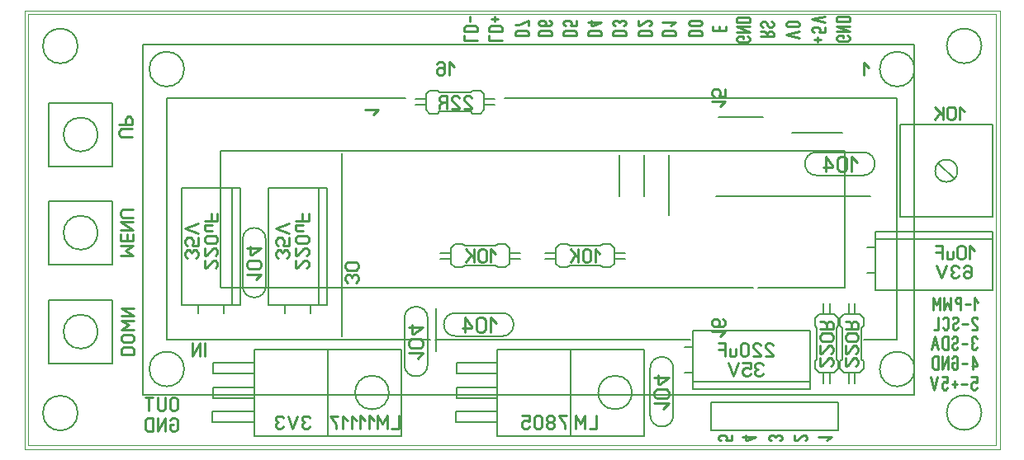
<source format=gbr>
%FSLAX34Y34*%
%MOMM*%
%LNCOPPER_BOTTOM*%
G71*
G01*
%ADD10C, 0.00*%
%ADD11C, 0.20*%
%ADD12C, 0.10*%
%ADD13C, 0.24*%
%ADD14C, 0.27*%
%LPD*%
G54D10*
X331Y434D02*
X-999669Y434D01*
X-999669Y-449566D01*
X331Y-449566D01*
X331Y434D01*
G54D11*
X-6941Y-211244D02*
X-6941Y-116244D01*
X-101941Y-116244D01*
X-101941Y-211244D01*
X-6941Y-211244D01*
G54D11*
G75*
G01X-65913Y-163754D02*
G03X-65913Y-163754I11500J0D01*
G01*
G54D11*
X-62576Y-155609D02*
X-46299Y-171885D01*
G54D11*
X-212394Y-124854D02*
X-161197Y-124854D01*
G54D11*
X-909520Y-159034D02*
X-909520Y-94034D01*
X-974520Y-94034D01*
X-974520Y-159034D01*
X-909520Y-159034D01*
G54D11*
G75*
G01X-942020Y-109034D02*
G03X-942020Y-109034I0J-17500D01*
G01*
G54D11*
X-909521Y-259841D02*
X-909521Y-194842D01*
X-974521Y-194842D01*
X-974521Y-259841D01*
X-909521Y-259841D01*
G54D11*
G75*
G01X-942021Y-209841D02*
G03X-942021Y-209841I0J-17500D01*
G01*
G54D11*
X-909521Y-361441D02*
X-909521Y-296442D01*
X-974521Y-296442D01*
X-974521Y-361441D01*
X-909521Y-361441D01*
G54D11*
G75*
G01X-942021Y-311441D02*
G03X-942021Y-311441I0J-17500D01*
G01*
G54D12*
X-3175Y-2382D02*
X-995590Y-2382D01*
X-995824Y-2616D01*
X-995824Y-445528D01*
X-3241Y-445528D01*
X-3241Y-2447D01*
X-3175Y-2382D01*
G54D11*
X-87378Y-34366D02*
X-87378Y-393538D01*
X-878350Y-393538D01*
X-878350Y-34366D01*
X-87378Y-34366D01*
G54D13*
X-133813Y-57386D02*
X-138813Y-52386D01*
X-138813Y-65719D01*
G54D13*
X-559263Y-56989D02*
X-564263Y-51989D01*
X-564263Y-65322D01*
G54D13*
X-576930Y-54489D02*
X-575930Y-52822D01*
X-573930Y-51989D01*
X-571930Y-51989D01*
X-569930Y-52822D01*
X-568930Y-54489D01*
X-568930Y-58656D01*
X-568930Y-59489D01*
X-571930Y-57822D01*
X-573930Y-57822D01*
X-575930Y-58656D01*
X-576930Y-60322D01*
X-576930Y-62822D01*
X-575930Y-64489D01*
X-573930Y-65322D01*
X-571930Y-65322D01*
X-569930Y-64489D01*
X-568930Y-62822D01*
X-568930Y-58656D01*
G54D13*
X-160484Y-27731D02*
X-160484Y-25064D01*
X-164650Y-25064D01*
X-166317Y-25731D01*
X-167150Y-27064D01*
X-167150Y-28397D01*
X-166317Y-29731D01*
X-164650Y-30397D01*
X-156317Y-30397D01*
X-154650Y-29731D01*
X-153817Y-28397D01*
X-153817Y-27064D01*
X-154650Y-25731D01*
X-156317Y-25064D01*
G54D13*
X-167150Y-20397D02*
X-153817Y-20397D01*
X-167150Y-15064D01*
X-153817Y-15064D01*
G54D13*
X-167150Y-10397D02*
X-153817Y-10397D01*
X-153817Y-7064D01*
X-154650Y-5731D01*
X-156317Y-5064D01*
X-164650Y-5064D01*
X-166317Y-5731D01*
X-167150Y-7064D01*
X-167150Y-10397D01*
G54D13*
X-186717Y-31588D02*
X-186717Y-26254D01*
G54D13*
X-183384Y-28921D02*
X-190050Y-28921D01*
G54D13*
X-179217Y-16255D02*
X-179217Y-21588D01*
X-185050Y-21588D01*
X-185050Y-20921D01*
X-184217Y-19588D01*
X-184217Y-18255D01*
X-185050Y-16921D01*
X-186717Y-16255D01*
X-190050Y-16255D01*
X-191717Y-16921D01*
X-192550Y-18255D01*
X-192550Y-19588D01*
X-191717Y-20921D01*
X-190050Y-21588D01*
G54D13*
X-179217Y-11588D02*
X-192550Y-8255D01*
X-179217Y-4921D01*
G54D13*
X-205014Y-27222D02*
X-218347Y-23889D01*
X-205014Y-20556D01*
G54D13*
X-207514Y-10555D02*
X-215847Y-10555D01*
X-217514Y-11222D01*
X-218347Y-12555D01*
X-218347Y-13888D01*
X-217514Y-15222D01*
X-215847Y-15888D01*
X-207514Y-15888D01*
X-205847Y-15222D01*
X-205014Y-13888D01*
X-205014Y-12555D01*
X-205847Y-11222D01*
X-207514Y-10555D01*
G54D13*
X-238271Y-23365D02*
X-239938Y-21365D01*
X-241604Y-20698D01*
X-244938Y-20698D01*
G54D13*
X-244938Y-26032D02*
X-231604Y-26032D01*
X-231604Y-22698D01*
X-232438Y-21365D01*
X-234104Y-20698D01*
X-235771Y-20698D01*
X-237438Y-21365D01*
X-238271Y-22698D01*
X-238271Y-26032D01*
G54D13*
X-242438Y-16032D02*
X-244104Y-15365D01*
X-244938Y-14032D01*
X-244938Y-12698D01*
X-244104Y-11365D01*
X-242438Y-10698D01*
X-240771Y-10698D01*
X-239104Y-11365D01*
X-238271Y-12698D01*
X-238271Y-14032D01*
X-237438Y-15365D01*
X-235771Y-16032D01*
X-234104Y-16032D01*
X-232438Y-15365D01*
X-231604Y-14032D01*
X-231604Y-12698D01*
X-232438Y-11365D01*
X-234104Y-10698D01*
G54D13*
X-262480Y-28524D02*
X-262480Y-25858D01*
X-266647Y-25858D01*
X-268314Y-26524D01*
X-269147Y-27858D01*
X-269147Y-29191D01*
X-268314Y-30524D01*
X-266647Y-31191D01*
X-258314Y-31191D01*
X-256647Y-30524D01*
X-255814Y-29191D01*
X-255814Y-27858D01*
X-256647Y-26524D01*
X-258314Y-25858D01*
G54D13*
X-269147Y-21191D02*
X-255814Y-21191D01*
X-269147Y-15858D01*
X-255814Y-15858D01*
G54D13*
X-269147Y-11191D02*
X-255814Y-11191D01*
X-255814Y-7858D01*
X-256647Y-6524D01*
X-258314Y-5858D01*
X-266647Y-5858D01*
X-268314Y-6524D01*
X-269147Y-7858D01*
X-269147Y-11191D01*
G54D13*
X-294150Y-15412D02*
X-294150Y-20078D01*
X-280817Y-20078D01*
X-280817Y-15412D01*
G54D13*
X-287484Y-20078D02*
X-287484Y-15412D01*
G54D13*
X-318360Y-24841D02*
X-305026Y-24841D01*
X-305026Y-21508D01*
X-305860Y-20174D01*
X-307526Y-19508D01*
X-315860Y-19508D01*
X-317526Y-20174D01*
X-318360Y-21508D01*
X-318360Y-24841D01*
G54D13*
X-307526Y-9508D02*
X-315860Y-9508D01*
X-317526Y-10174D01*
X-318360Y-11508D01*
X-318360Y-12841D01*
X-317526Y-14174D01*
X-315860Y-14841D01*
X-307526Y-14841D01*
X-305860Y-14174D01*
X-305026Y-12841D01*
X-305026Y-11508D01*
X-305860Y-10174D01*
X-307526Y-9508D01*
G54D13*
X-345347Y-24841D02*
X-332014Y-24841D01*
X-332014Y-21508D01*
X-332847Y-20174D01*
X-334514Y-19508D01*
X-342847Y-19508D01*
X-344514Y-20174D01*
X-345347Y-21508D01*
X-345347Y-24841D01*
G54D13*
X-337014Y-14841D02*
X-332014Y-11508D01*
X-345347Y-11508D01*
G54D13*
X-369953Y-24841D02*
X-356620Y-24841D01*
X-356620Y-21508D01*
X-357453Y-20174D01*
X-359120Y-19508D01*
X-367453Y-19508D01*
X-369120Y-20174D01*
X-369953Y-21508D01*
X-369953Y-24841D01*
G54D13*
X-369953Y-9508D02*
X-369953Y-14841D01*
X-369120Y-14841D01*
X-367453Y-14174D01*
X-362453Y-10174D01*
X-360787Y-9508D01*
X-359120Y-9508D01*
X-357453Y-10174D01*
X-356620Y-11508D01*
X-356620Y-12841D01*
X-357453Y-14174D01*
X-359120Y-14841D01*
G54D13*
X-396147Y-24841D02*
X-382814Y-24841D01*
X-382814Y-21508D01*
X-383647Y-20174D01*
X-385314Y-19508D01*
X-393647Y-19508D01*
X-395314Y-20174D01*
X-396147Y-21508D01*
X-396147Y-24841D01*
G54D13*
X-385314Y-14841D02*
X-383647Y-14174D01*
X-382814Y-12841D01*
X-382814Y-11508D01*
X-383647Y-10174D01*
X-385314Y-9508D01*
X-386980Y-9508D01*
X-388647Y-10174D01*
X-389480Y-11508D01*
X-390314Y-10174D01*
X-391980Y-9508D01*
X-393647Y-9508D01*
X-395314Y-10174D01*
X-396147Y-11508D01*
X-396147Y-12841D01*
X-395314Y-14174D01*
X-393647Y-14841D01*
G54D13*
X-421547Y-24841D02*
X-408214Y-24841D01*
X-408214Y-21508D01*
X-409047Y-20174D01*
X-410714Y-19508D01*
X-419047Y-19508D01*
X-420714Y-20174D01*
X-421547Y-21508D01*
X-421547Y-24841D01*
G54D13*
X-421547Y-10841D02*
X-408214Y-10841D01*
X-416547Y-14841D01*
X-418214Y-14841D01*
X-418214Y-9508D01*
G54D13*
X-446947Y-24841D02*
X-433614Y-24841D01*
X-433614Y-21508D01*
X-434447Y-20174D01*
X-436114Y-19508D01*
X-444447Y-19508D01*
X-446114Y-20174D01*
X-446947Y-21508D01*
X-446947Y-24841D01*
G54D13*
X-433614Y-9508D02*
X-433614Y-14841D01*
X-439447Y-14841D01*
X-439447Y-14174D01*
X-438614Y-12841D01*
X-438614Y-11508D01*
X-439447Y-10174D01*
X-441114Y-9508D01*
X-444447Y-9508D01*
X-446114Y-10174D01*
X-446947Y-11508D01*
X-446947Y-12841D01*
X-446114Y-14174D01*
X-444447Y-14841D01*
G54D13*
X-472347Y-24841D02*
X-459014Y-24841D01*
X-459014Y-21508D01*
X-459847Y-20174D01*
X-461514Y-19508D01*
X-469847Y-19508D01*
X-471514Y-20174D01*
X-472347Y-21508D01*
X-472347Y-24841D01*
G54D13*
X-461514Y-9508D02*
X-459847Y-10174D01*
X-459014Y-11508D01*
X-459014Y-12841D01*
X-459847Y-14174D01*
X-461514Y-14841D01*
X-465680Y-14841D01*
X-466514Y-14841D01*
X-464847Y-12841D01*
X-464847Y-11508D01*
X-465680Y-10174D01*
X-467347Y-9508D01*
X-469847Y-9508D01*
X-471514Y-10174D01*
X-472347Y-11508D01*
X-472347Y-12841D01*
X-471514Y-14174D01*
X-469847Y-14841D01*
X-465680Y-14841D01*
G54D13*
X-496160Y-24841D02*
X-482826Y-24841D01*
X-482826Y-21508D01*
X-483660Y-20174D01*
X-485326Y-19508D01*
X-493660Y-19508D01*
X-495326Y-20174D01*
X-496160Y-21508D01*
X-496160Y-24841D01*
G54D13*
X-482826Y-14841D02*
X-482826Y-9508D01*
X-484493Y-10174D01*
X-486993Y-11508D01*
X-490326Y-12841D01*
X-492826Y-13508D01*
X-496160Y-13508D01*
G54D13*
X-509814Y-29604D02*
X-523147Y-29604D01*
X-523147Y-24937D01*
G54D13*
X-523147Y-20270D02*
X-509814Y-20270D01*
X-509814Y-16936D01*
X-510647Y-15603D01*
X-512314Y-14936D01*
X-520647Y-14936D01*
X-522314Y-15603D01*
X-523147Y-16936D01*
X-523147Y-20270D01*
G54D13*
X-517314Y-10270D02*
X-517314Y-4936D01*
G54D13*
X-513980Y-7603D02*
X-520647Y-7603D01*
G54D13*
X-535214Y-29604D02*
X-548547Y-29604D01*
X-548547Y-24937D01*
G54D13*
X-548547Y-20270D02*
X-535214Y-20270D01*
X-535214Y-16936D01*
X-536047Y-15603D01*
X-537714Y-14936D01*
X-546047Y-14936D01*
X-547714Y-15603D01*
X-548547Y-16936D01*
X-548547Y-20270D01*
G54D13*
X-542714Y-10270D02*
X-542714Y-4936D01*
G54D11*
X-179453Y-401872D02*
X-165166Y-401872D01*
X-165166Y-430447D01*
X-295341Y-430447D01*
X-295341Y-401872D01*
X-179453Y-401872D01*
G54D13*
X-177470Y-440369D02*
X-172470Y-437036D01*
X-185803Y-437036D01*
G54D13*
X-210410Y-435433D02*
X-210410Y-440766D01*
X-209576Y-440766D01*
X-207910Y-440099D01*
X-202910Y-436099D01*
X-201243Y-435433D01*
X-199576Y-435433D01*
X-197910Y-436099D01*
X-197076Y-437433D01*
X-197076Y-438766D01*
X-197910Y-440099D01*
X-199576Y-440766D01*
G54D13*
X-225770Y-440766D02*
X-224103Y-440099D01*
X-223270Y-438766D01*
X-223270Y-437433D01*
X-224103Y-436099D01*
X-225770Y-435433D01*
X-227437Y-435433D01*
X-229103Y-436099D01*
X-229937Y-437433D01*
X-230770Y-436099D01*
X-232437Y-435433D01*
X-234103Y-435433D01*
X-235770Y-436099D01*
X-236603Y-437433D01*
X-236603Y-438766D01*
X-235770Y-440099D01*
X-234103Y-440766D01*
G54D13*
X-263591Y-436766D02*
X-250258Y-436766D01*
X-258591Y-440766D01*
X-260258Y-440766D01*
X-260258Y-435433D01*
G54D13*
X-274467Y-435433D02*
X-274467Y-440766D01*
X-280300Y-440766D01*
X-280300Y-440099D01*
X-279467Y-438766D01*
X-279467Y-437433D01*
X-280300Y-436099D01*
X-281967Y-435433D01*
X-285300Y-435433D01*
X-286967Y-436099D01*
X-287800Y-437433D01*
X-287800Y-438766D01*
X-286967Y-440099D01*
X-285300Y-440766D01*
G54D13*
X-21894Y-298686D02*
X-25227Y-293686D01*
X-25227Y-307019D01*
G54D13*
X-29894Y-301186D02*
X-35227Y-301186D01*
G54D13*
X-39894Y-307019D02*
X-39894Y-293686D01*
X-43227Y-293686D01*
X-44561Y-294519D01*
X-45227Y-296186D01*
X-45227Y-297852D01*
X-44561Y-299519D01*
X-43227Y-300352D01*
X-39894Y-300352D01*
G54D13*
X-49894Y-293686D02*
X-49894Y-307019D01*
X-53227Y-298686D01*
X-56561Y-307019D01*
X-56561Y-293686D01*
G54D13*
X-61228Y-307019D02*
X-61228Y-293686D01*
X-64561Y-302019D01*
X-67895Y-293686D01*
X-67895Y-307019D01*
G54D13*
X-28021Y-327260D02*
X-22688Y-327260D01*
X-22688Y-326426D01*
X-23354Y-324760D01*
X-27354Y-319760D01*
X-28021Y-318093D01*
X-28021Y-316426D01*
X-27354Y-314760D01*
X-26021Y-313926D01*
X-24688Y-313926D01*
X-23354Y-314760D01*
X-22688Y-316426D01*
G54D13*
X-32688Y-321426D02*
X-38021Y-321426D01*
G54D13*
X-42688Y-324760D02*
X-43354Y-326426D01*
X-44688Y-327260D01*
X-46021Y-327260D01*
X-47354Y-326426D01*
X-48021Y-324760D01*
X-48021Y-323093D01*
X-47354Y-321426D01*
X-46021Y-320593D01*
X-44688Y-320593D01*
X-43354Y-319760D01*
X-42688Y-318093D01*
X-42688Y-316426D01*
X-43354Y-314760D01*
X-44688Y-313926D01*
X-46021Y-313926D01*
X-47354Y-314760D01*
X-48021Y-316426D01*
G54D13*
X-58021Y-324760D02*
X-57354Y-326426D01*
X-56021Y-327260D01*
X-54688Y-327260D01*
X-53354Y-326426D01*
X-52688Y-324760D01*
X-52688Y-316426D01*
X-53354Y-314760D01*
X-54688Y-313926D01*
X-56021Y-313926D01*
X-57354Y-314760D01*
X-58021Y-316426D01*
G54D13*
X-62688Y-313926D02*
X-62688Y-327260D01*
X-67354Y-327260D01*
G54D13*
X-23085Y-336270D02*
X-23751Y-334604D01*
X-25085Y-333770D01*
X-26418Y-333770D01*
X-27751Y-334604D01*
X-28418Y-336270D01*
X-28418Y-337937D01*
X-27751Y-339604D01*
X-26418Y-340437D01*
X-27751Y-341270D01*
X-28418Y-342937D01*
X-28418Y-344604D01*
X-27751Y-346270D01*
X-26418Y-347104D01*
X-25085Y-347104D01*
X-23751Y-346270D01*
X-23085Y-344604D01*
G54D13*
X-33085Y-341270D02*
X-38418Y-341270D01*
G54D13*
X-43085Y-344604D02*
X-43751Y-346270D01*
X-45085Y-347104D01*
X-46418Y-347104D01*
X-47751Y-346270D01*
X-48418Y-344604D01*
X-48418Y-342937D01*
X-47751Y-341270D01*
X-46418Y-340437D01*
X-45085Y-340437D01*
X-43751Y-339604D01*
X-43085Y-337937D01*
X-43085Y-336270D01*
X-43751Y-334604D01*
X-45085Y-333770D01*
X-46418Y-333770D01*
X-47751Y-334604D01*
X-48418Y-336270D01*
G54D13*
X-53085Y-347104D02*
X-53085Y-333770D01*
X-56418Y-333770D01*
X-57751Y-334604D01*
X-58418Y-336270D01*
X-58418Y-344604D01*
X-57751Y-346270D01*
X-56418Y-347104D01*
X-53085Y-347104D01*
G54D13*
X-63085Y-347104D02*
X-66418Y-333770D01*
X-69751Y-347104D01*
G54D13*
X-64418Y-342104D02*
X-68418Y-342104D01*
G54D13*
X-27085Y-367741D02*
X-27085Y-354408D01*
X-23085Y-362741D01*
X-23085Y-364408D01*
X-28418Y-364408D01*
G54D13*
X-33085Y-361908D02*
X-38418Y-361908D01*
G54D13*
X-45751Y-361074D02*
X-48418Y-361074D01*
X-48418Y-365241D01*
X-47751Y-366908D01*
X-46418Y-367741D01*
X-45085Y-367741D01*
X-43751Y-366908D01*
X-43085Y-365241D01*
X-43085Y-356908D01*
X-43751Y-355241D01*
X-45085Y-354408D01*
X-46418Y-354408D01*
X-47751Y-355241D01*
X-48418Y-356908D01*
G54D13*
X-53085Y-367741D02*
X-53085Y-354408D01*
X-58418Y-367741D01*
X-58418Y-354408D01*
G54D13*
X-63085Y-367741D02*
X-63085Y-354408D01*
X-66418Y-354408D01*
X-67751Y-355241D01*
X-68418Y-356908D01*
X-68418Y-365241D01*
X-67751Y-366908D01*
X-66418Y-367741D01*
X-63085Y-367741D01*
G54D13*
X-28815Y-375442D02*
X-23482Y-375442D01*
X-23482Y-381275D01*
X-24148Y-381275D01*
X-25482Y-380442D01*
X-26815Y-380442D01*
X-28148Y-381275D01*
X-28815Y-382942D01*
X-28815Y-386275D01*
X-28148Y-387942D01*
X-26815Y-388775D01*
X-25482Y-388775D01*
X-24148Y-387942D01*
X-23482Y-386275D01*
G54D13*
X-33482Y-382942D02*
X-38815Y-382942D01*
G54D13*
X-43482Y-382942D02*
X-48815Y-382942D01*
G54D13*
X-46148Y-379609D02*
X-46148Y-386275D01*
G54D13*
X-58815Y-375442D02*
X-53482Y-375442D01*
X-53482Y-381275D01*
X-54148Y-381275D01*
X-55482Y-380442D01*
X-56815Y-380442D01*
X-58148Y-381275D01*
X-58815Y-382942D01*
X-58815Y-386275D01*
X-58148Y-387942D01*
X-56815Y-388775D01*
X-55482Y-388775D01*
X-54148Y-387942D01*
X-53482Y-386275D01*
G54D13*
X-63482Y-375442D02*
X-66815Y-388775D01*
X-70148Y-375442D01*
G54D11*
X-247319Y-143507D02*
X-158816Y-143507D01*
X-158816Y-283604D01*
X-247716Y-283604D01*
G54D11*
X-252478Y-283604D02*
X-382256Y-283604D01*
G54D11*
X-382256Y-283604D02*
X-554500Y-283604D01*
G54D11*
X-554500Y-283604D02*
X-617603Y-283604D01*
G54D11*
X-617603Y-283604D02*
X-798182Y-283604D01*
X-798578Y-283207D01*
X-798578Y-143507D01*
X-684675Y-143507D01*
G54D11*
X-247319Y-143507D02*
X-158816Y-143507D01*
G54D13*
X-889226Y-128822D02*
X-900060Y-128822D01*
X-901726Y-127822D01*
X-902560Y-125822D01*
X-902560Y-123822D01*
X-901726Y-121822D01*
X-900060Y-120822D01*
X-889226Y-120822D01*
G54D13*
X-902560Y-116155D02*
X-889226Y-116155D01*
X-889226Y-111155D01*
X-890060Y-109155D01*
X-891726Y-108155D01*
X-893393Y-108155D01*
X-895060Y-109155D01*
X-895893Y-111155D01*
X-895893Y-116155D01*
G54D13*
X-901369Y-250663D02*
X-888036Y-250663D01*
X-896369Y-245663D01*
X-888036Y-240663D01*
X-901369Y-240663D01*
G54D13*
X-901369Y-228996D02*
X-901369Y-235996D01*
X-888036Y-235996D01*
X-888036Y-228996D01*
G54D13*
X-894702Y-235996D02*
X-894702Y-228996D01*
G54D13*
X-901369Y-224329D02*
X-888036Y-224329D01*
X-901369Y-216329D01*
X-888036Y-216329D01*
G54D13*
X-888036Y-211662D02*
X-898869Y-211662D01*
X-900536Y-210662D01*
X-901369Y-208662D01*
X-901369Y-206662D01*
X-900536Y-204662D01*
X-898869Y-203662D01*
X-888036Y-203662D01*
G54D13*
X-900575Y-352660D02*
X-887242Y-352660D01*
X-887242Y-347660D01*
X-888075Y-345660D01*
X-889742Y-344660D01*
X-898075Y-344660D01*
X-899742Y-345660D01*
X-900575Y-347660D01*
X-900575Y-352660D01*
G54D13*
X-889742Y-331993D02*
X-898075Y-331993D01*
X-899742Y-332993D01*
X-900575Y-334993D01*
X-900575Y-336993D01*
X-899742Y-338993D01*
X-898075Y-339993D01*
X-889742Y-339993D01*
X-888075Y-338993D01*
X-887242Y-336993D01*
X-887242Y-334993D01*
X-888075Y-332993D01*
X-889742Y-331993D01*
G54D13*
X-887242Y-327326D02*
X-900575Y-327326D01*
X-892242Y-322326D01*
X-900575Y-317326D01*
X-887242Y-317326D01*
G54D13*
X-900575Y-312659D02*
X-887242Y-312659D01*
X-900575Y-304659D01*
X-887242Y-304659D01*
G54D11*
X-287800Y-108978D02*
X-242160Y-108978D01*
G54D13*
X-641814Y-106200D02*
X-636814Y-101200D01*
X-650147Y-101200D01*
G54D13*
X-286214Y-97469D02*
X-281214Y-92469D01*
X-294547Y-92469D01*
G54D13*
X-281214Y-79802D02*
X-281214Y-87802D01*
X-287047Y-87802D01*
X-287047Y-86802D01*
X-286214Y-84802D01*
X-286214Y-82802D01*
X-287047Y-80802D01*
X-288714Y-79802D01*
X-292047Y-79802D01*
X-293714Y-80802D01*
X-294547Y-82802D01*
X-294547Y-84802D01*
X-293714Y-86802D01*
X-292047Y-87802D01*
G54D13*
X-286214Y-333610D02*
X-281214Y-328610D01*
X-294547Y-328610D01*
G54D13*
X-283714Y-315943D02*
X-282047Y-316943D01*
X-281214Y-318943D01*
X-281214Y-320943D01*
X-282047Y-322943D01*
X-283714Y-323943D01*
X-287880Y-323943D01*
X-288714Y-323943D01*
X-287047Y-320943D01*
X-287047Y-318943D01*
X-287880Y-316943D01*
X-289547Y-315943D01*
X-292047Y-315943D01*
X-293714Y-316943D01*
X-294547Y-318943D01*
X-294547Y-320943D01*
X-293714Y-322943D01*
X-292047Y-323943D01*
X-287880Y-323943D01*
G54D13*
X-659951Y-278444D02*
X-658285Y-277444D01*
X-657451Y-275444D01*
X-657451Y-273444D01*
X-658285Y-271444D01*
X-659951Y-270444D01*
X-661618Y-270444D01*
X-663285Y-271444D01*
X-664118Y-273444D01*
X-664951Y-271444D01*
X-666618Y-270444D01*
X-668285Y-270444D01*
X-669951Y-271444D01*
X-670785Y-273444D01*
X-670785Y-275444D01*
X-669951Y-277444D01*
X-668285Y-278444D01*
G54D13*
X-659951Y-257777D02*
X-668285Y-257777D01*
X-669951Y-258777D01*
X-670785Y-260777D01*
X-670785Y-262777D01*
X-669951Y-264777D01*
X-668285Y-265777D01*
X-659951Y-265777D01*
X-658285Y-264777D01*
X-657451Y-262777D01*
X-657451Y-260777D01*
X-658285Y-258777D01*
X-659951Y-257777D01*
G54D11*
X-338798Y-209586D02*
X-338798Y-147276D01*
G54D11*
X-389797Y-189544D02*
X-389797Y-147475D01*
G54D11*
X-364397Y-189544D02*
X-364397Y-147475D01*
G54D11*
X-132225Y-189544D02*
X-290578Y-189544D01*
G54D11*
X-159397Y-311150D02*
X-163397Y-315150D01*
X-163397Y-323150D01*
X-161397Y-325150D01*
X-161397Y-357150D01*
X-163397Y-359150D01*
X-163397Y-367150D01*
X-159397Y-371150D01*
X-143397Y-371150D01*
X-139397Y-367150D01*
X-139397Y-359150D01*
X-141397Y-357150D01*
X-141397Y-325150D01*
X-139397Y-323150D01*
X-139397Y-315150D01*
X-143397Y-311150D01*
X-159397Y-311150D01*
G54D11*
X-154397Y-300150D02*
X-154397Y-311150D01*
G54D11*
X-148397Y-300150D02*
X-148397Y-311150D01*
G54D11*
X-148397Y-382150D02*
X-148397Y-371150D01*
G54D11*
X-154397Y-382150D02*
X-154397Y-371150D01*
G54D11*
X-185194Y-311150D02*
X-189194Y-315150D01*
X-189194Y-323150D01*
X-187194Y-325150D01*
X-187194Y-357150D01*
X-189194Y-359150D01*
X-189194Y-367150D01*
X-185194Y-371150D01*
X-169194Y-371150D01*
X-165194Y-367150D01*
X-165194Y-359150D01*
X-167194Y-357150D01*
X-167194Y-325150D01*
X-165194Y-323150D01*
X-165194Y-315150D01*
X-169194Y-311150D01*
X-185194Y-311150D01*
G54D11*
X-180194Y-300150D02*
X-180194Y-311150D01*
G54D11*
X-174194Y-300150D02*
X-174194Y-311150D01*
G54D11*
X-174194Y-382150D02*
X-174194Y-371150D01*
G54D11*
X-180194Y-382150D02*
X-180194Y-371150D01*
G54D11*
X-588194Y-101103D02*
X-584194Y-105103D01*
X-576194Y-105103D01*
X-574194Y-103103D01*
X-542194Y-103103D01*
X-540194Y-105103D01*
X-532194Y-105103D01*
X-528194Y-101103D01*
X-528194Y-85103D01*
X-532194Y-81103D01*
X-540194Y-81103D01*
X-542194Y-83103D01*
X-574194Y-83103D01*
X-576194Y-81103D01*
X-584194Y-81103D01*
X-588194Y-85103D01*
X-588194Y-101103D01*
G54D11*
X-599194Y-96103D02*
X-588194Y-96103D01*
G54D11*
X-599194Y-90103D02*
X-588194Y-90103D01*
G54D11*
X-517194Y-90103D02*
X-528194Y-90103D01*
G54D11*
X-517194Y-96103D02*
X-528194Y-96103D01*
G54D11*
X-454844Y-259059D02*
X-450844Y-263059D01*
X-442844Y-263059D01*
X-440844Y-261059D01*
X-408844Y-261059D01*
X-406844Y-263059D01*
X-398844Y-263059D01*
X-394844Y-259059D01*
X-394844Y-243059D01*
X-398844Y-239059D01*
X-406844Y-239059D01*
X-408844Y-241059D01*
X-440844Y-241059D01*
X-442844Y-239059D01*
X-450844Y-239059D01*
X-454844Y-243059D01*
X-454844Y-259059D01*
G54D11*
X-465844Y-254059D02*
X-454844Y-254059D01*
G54D11*
X-465844Y-248059D02*
X-454844Y-248059D01*
G54D11*
X-383844Y-248059D02*
X-394844Y-248059D01*
G54D11*
X-383844Y-254059D02*
X-394844Y-254059D01*
G54D11*
X-562397Y-259060D02*
X-558397Y-263060D01*
X-550397Y-263060D01*
X-548397Y-261060D01*
X-516397Y-261060D01*
X-514397Y-263060D01*
X-506397Y-263060D01*
X-502397Y-259060D01*
X-502397Y-243060D01*
X-506397Y-239060D01*
X-514397Y-239060D01*
X-516397Y-241060D01*
X-548397Y-241060D01*
X-550397Y-239060D01*
X-558397Y-239060D01*
X-562397Y-243060D01*
X-562397Y-259060D01*
G54D11*
X-573397Y-254060D02*
X-562397Y-254060D01*
G54D11*
X-573397Y-248060D02*
X-562397Y-248060D01*
G54D11*
X-491397Y-248060D02*
X-502397Y-248060D01*
G54D11*
X-491397Y-254060D02*
X-502397Y-254060D01*
G54D11*
X-764050Y-347500D02*
X-764050Y-436400D01*
X-613238Y-436400D01*
X-613238Y-347500D01*
X-764050Y-347500D01*
X-764050Y-436400D01*
G54D11*
X-764050Y-360994D02*
X-806119Y-360994D01*
X-806119Y-372107D01*
X-764844Y-372107D01*
G54D11*
X-764844Y-386394D02*
X-806119Y-386394D01*
X-806119Y-397507D01*
X-764844Y-397507D01*
G54D11*
X-764050Y-411000D02*
X-806913Y-411000D01*
X-806913Y-422113D01*
X-764844Y-422113D01*
G54D11*
X-688644Y-347500D02*
X-688644Y-435607D01*
G54D11*
G75*
G01X-643275Y-408788D02*
G03X-643275Y-408788I0J17300D01*
G01*
G54D11*
X-514812Y-347501D02*
X-514812Y-436401D01*
X-363999Y-436401D01*
X-363999Y-347501D01*
X-514812Y-347501D01*
X-514812Y-436401D01*
G54D11*
X-514812Y-360995D02*
X-556880Y-360995D01*
X-556880Y-372107D01*
X-515606Y-372107D01*
G54D11*
X-515606Y-386395D02*
X-556880Y-386395D01*
X-556880Y-397507D01*
X-515606Y-397507D01*
G54D11*
X-514812Y-411001D02*
X-557674Y-411001D01*
X-557674Y-422113D01*
X-515606Y-422113D01*
G54D11*
X-439406Y-347501D02*
X-439406Y-435607D01*
G54D11*
G75*
G01X-394037Y-408788D02*
G03X-394037Y-408788I0J17300D01*
G01*
G54D11*
X-127203Y-286017D02*
X-127203Y-226017D01*
G54D11*
X-127203Y-286017D02*
X-7203Y-286017D01*
G54D11*
X-127203Y-226017D02*
X-7203Y-226017D01*
G54D11*
X-7203Y-286017D02*
X-7203Y-226017D01*
G54D11*
X-135678Y-268892D02*
X-127740Y-268892D01*
G54D11*
X-135678Y-242698D02*
X-127740Y-242698D01*
G54D11*
X-126947Y-233967D02*
X-7884Y-233967D01*
G54D11*
X-314131Y-328014D02*
X-314131Y-388014D01*
G54D11*
X-314131Y-328014D02*
X-194131Y-328014D01*
G54D11*
X-314131Y-388014D02*
X-194131Y-388014D01*
G54D11*
X-194131Y-328014D02*
X-194131Y-388014D01*
G54D11*
X-322606Y-345139D02*
X-314668Y-345139D01*
G54D11*
X-322606Y-371333D02*
X-314668Y-371333D01*
G54D11*
X-313875Y-380064D02*
X-194812Y-380064D01*
G54D11*
G75*
G01X-509997Y-333552D02*
G03X-509997Y-309752I0J11900D01*
G01*
G54D11*
G75*
G01X-557728Y-309752D02*
G03X-557728Y-333552I0J-11900D01*
G01*
G54D11*
X-557622Y-333558D02*
X-509203Y-333558D01*
G54D11*
X-509203Y-309745D02*
X-557622Y-309745D01*
G54D14*
X-516210Y-320001D02*
X-521876Y-314334D01*
X-521876Y-329445D01*
G54D14*
X-536276Y-317168D02*
X-536276Y-326612D01*
X-535143Y-328501D01*
X-532876Y-329445D01*
X-530610Y-329445D01*
X-528343Y-328501D01*
X-527210Y-326612D01*
X-527210Y-317168D01*
X-528343Y-315279D01*
X-530610Y-314334D01*
X-532876Y-314334D01*
X-535143Y-315279D01*
X-536276Y-317168D01*
G54D14*
X-548410Y-329445D02*
X-548410Y-314334D01*
X-541610Y-323779D01*
X-541610Y-325668D01*
X-550676Y-325668D01*
G54D11*
G75*
G01X-358040Y-414573D02*
G03X-334240Y-414573I11900J0D01*
G01*
G54D11*
G75*
G01X-334240Y-366842D02*
G03X-358040Y-366842I-11900J0D01*
G01*
G54D11*
X-358047Y-366948D02*
X-358047Y-415367D01*
G54D11*
X-334234Y-415367D02*
X-334234Y-366948D01*
G54D14*
X-344490Y-408361D02*
X-338823Y-402694D01*
X-353934Y-402694D01*
G54D14*
X-341656Y-388294D02*
X-351101Y-388294D01*
X-352990Y-389427D01*
X-353934Y-391694D01*
X-353934Y-393961D01*
X-352990Y-396227D01*
X-351101Y-397361D01*
X-341656Y-397361D01*
X-339767Y-396227D01*
X-338823Y-393961D01*
X-338823Y-391694D01*
X-339767Y-389427D01*
X-341656Y-388294D01*
G54D14*
X-353934Y-376161D02*
X-338823Y-376161D01*
X-348267Y-382961D01*
X-350156Y-382961D01*
X-350156Y-373894D01*
G54D11*
X-749628Y-301767D02*
X-689628Y-301767D01*
G54D11*
X-749628Y-301767D02*
X-749628Y-181767D01*
G54D11*
X-689628Y-301767D02*
X-689628Y-181767D01*
G54D11*
X-749628Y-181767D02*
X-689628Y-181767D01*
G54D11*
X-732503Y-310242D02*
X-732503Y-302305D01*
G54D11*
X-706309Y-310242D02*
X-706309Y-302305D01*
G54D11*
X-697578Y-301511D02*
X-697578Y-182449D01*
G54D11*
X-838528Y-301767D02*
X-778528Y-301767D01*
G54D11*
X-838528Y-301767D02*
X-838528Y-181767D01*
G54D11*
X-778528Y-301767D02*
X-778528Y-181767D01*
G54D11*
X-838528Y-181767D02*
X-778528Y-181767D01*
G54D11*
X-821403Y-310242D02*
X-821403Y-302305D01*
G54D11*
X-795209Y-310242D02*
X-795209Y-302305D01*
G54D11*
X-786478Y-301511D02*
X-786478Y-182449D01*
G54D11*
G75*
G01X-610056Y-362980D02*
G03X-586256Y-362980I11900J0D01*
G01*
G54D11*
G75*
G01X-586256Y-315249D02*
G03X-610056Y-315249I-11900J0D01*
G01*
G54D11*
X-610063Y-315355D02*
X-610063Y-363774D01*
G54D11*
X-586250Y-363774D02*
X-586250Y-315355D01*
G54D14*
X-596506Y-356768D02*
X-590839Y-351101D01*
X-605950Y-351101D01*
G54D14*
X-593672Y-336701D02*
X-603117Y-336701D01*
X-605006Y-337834D01*
X-605950Y-340101D01*
X-605950Y-342368D01*
X-605006Y-344634D01*
X-603117Y-345768D01*
X-593672Y-345768D01*
X-591784Y-344634D01*
X-590839Y-342368D01*
X-590839Y-340101D01*
X-591784Y-337834D01*
X-593672Y-336701D01*
G54D14*
X-605950Y-324568D02*
X-590839Y-324568D01*
X-600284Y-331368D01*
X-602172Y-331368D01*
X-602172Y-322301D01*
G54D11*
G75*
G01X-775950Y-282017D02*
G03X-752150Y-282017I11900J0D01*
G01*
G54D11*
G75*
G01X-752150Y-234286D02*
G03X-775950Y-234286I-11900J0D01*
G01*
G54D11*
X-775957Y-234392D02*
X-775957Y-282811D01*
G54D11*
X-752144Y-282811D02*
X-752144Y-234392D01*
G54D14*
X-762400Y-275804D02*
X-756733Y-270138D01*
X-771844Y-270138D01*
G54D14*
X-759566Y-255738D02*
X-769011Y-255738D01*
X-770900Y-256871D01*
X-771844Y-259138D01*
X-771844Y-261404D01*
X-770900Y-263671D01*
X-769011Y-264804D01*
X-759566Y-264804D01*
X-757677Y-263671D01*
X-756733Y-261404D01*
X-756733Y-259138D01*
X-757677Y-256871D01*
X-759566Y-255738D01*
G54D14*
X-771844Y-243604D02*
X-756733Y-243604D01*
X-766177Y-250404D01*
X-768066Y-250404D01*
X-768066Y-241338D01*
G54D11*
X-674356Y-146285D02*
X-674356Y-334007D01*
G54D11*
X-577916Y-348691D02*
X-577916Y-304638D01*
G54D13*
X-549088Y-99771D02*
X-541088Y-99771D01*
X-541088Y-98938D01*
X-542088Y-97271D01*
X-548088Y-92271D01*
X-549088Y-90605D01*
X-549088Y-88938D01*
X-548088Y-87271D01*
X-546088Y-86438D01*
X-544088Y-86438D01*
X-542088Y-87271D01*
X-541088Y-88938D01*
G54D13*
X-561755Y-99771D02*
X-553755Y-99771D01*
X-553755Y-98938D01*
X-554755Y-97271D01*
X-560755Y-92271D01*
X-561755Y-90605D01*
X-561755Y-88938D01*
X-560755Y-87271D01*
X-558755Y-86438D01*
X-556755Y-86438D01*
X-554755Y-87271D01*
X-553755Y-88938D01*
G54D13*
X-570422Y-93105D02*
X-573422Y-94771D01*
X-574422Y-96438D01*
X-574422Y-99771D01*
G54D13*
X-566422Y-99771D02*
X-566422Y-86438D01*
X-571422Y-86438D01*
X-573422Y-87271D01*
X-574422Y-88938D01*
X-574422Y-90605D01*
X-573422Y-92271D01*
X-571422Y-93105D01*
X-566422Y-93105D01*
G54D11*
X-104841Y-88738D02*
X-507669Y-88738D01*
G54D11*
X-608872Y-88738D02*
X-853347Y-88738D01*
X-853347Y-337578D01*
X-583869Y-337578D01*
G54D11*
X-578710Y-337578D02*
X-316772Y-337578D01*
G54D11*
X-138972Y-337578D02*
X-104841Y-337578D01*
X-104841Y-88738D01*
G54D11*
G75*
G01X-139712Y-168451D02*
G03X-139712Y-144651I0J11900D01*
G01*
G54D11*
G75*
G01X-187444Y-144651D02*
G03X-187444Y-168451I0J-11900D01*
G01*
G54D11*
X-187338Y-168458D02*
X-138919Y-168458D01*
G54D11*
X-138919Y-144645D02*
X-187338Y-144645D01*
G54D14*
X-145925Y-154901D02*
X-151592Y-149234D01*
X-151592Y-164345D01*
G54D14*
X-165992Y-152067D02*
X-165992Y-161512D01*
X-164858Y-163401D01*
X-162592Y-164345D01*
X-160325Y-164345D01*
X-158058Y-163401D01*
X-156925Y-161512D01*
X-156925Y-152067D01*
X-158058Y-150178D01*
X-160325Y-149234D01*
X-162592Y-149234D01*
X-164858Y-150178D01*
X-165992Y-152067D01*
G54D14*
X-178125Y-164345D02*
X-178125Y-149234D01*
X-171325Y-158678D01*
X-171325Y-160567D01*
X-180392Y-160567D01*
G54D13*
X-158022Y-356169D02*
X-158022Y-364169D01*
X-157189Y-364169D01*
X-155522Y-363169D01*
X-150522Y-357169D01*
X-148856Y-356169D01*
X-147189Y-356169D01*
X-145522Y-357169D01*
X-144689Y-359169D01*
X-144689Y-361169D01*
X-145522Y-363169D01*
X-147189Y-364169D01*
G54D13*
X-158022Y-343502D02*
X-158022Y-351502D01*
X-157189Y-351502D01*
X-155522Y-350502D01*
X-150522Y-344502D01*
X-148856Y-343502D01*
X-147189Y-343502D01*
X-145522Y-344502D01*
X-144689Y-346502D01*
X-144689Y-348502D01*
X-145522Y-350502D01*
X-147189Y-351502D01*
G54D13*
X-147189Y-330835D02*
X-155522Y-330835D01*
X-157189Y-331835D01*
X-158022Y-333835D01*
X-158022Y-335835D01*
X-157189Y-337835D01*
X-155522Y-338835D01*
X-147189Y-338835D01*
X-145522Y-337835D01*
X-144689Y-335835D01*
X-144689Y-333835D01*
X-145522Y-331835D01*
X-147189Y-330835D01*
G54D13*
X-151356Y-322168D02*
X-153022Y-319168D01*
X-154689Y-318168D01*
X-158022Y-318168D01*
G54D13*
X-158022Y-326168D02*
X-144689Y-326168D01*
X-144689Y-321168D01*
X-145522Y-319168D01*
X-147189Y-318168D01*
X-148856Y-318168D01*
X-150522Y-319168D01*
X-151356Y-321168D01*
X-151356Y-326168D01*
G54D13*
X-183819Y-356169D02*
X-183819Y-364169D01*
X-182986Y-364169D01*
X-181319Y-363169D01*
X-176319Y-357169D01*
X-174652Y-356169D01*
X-172986Y-356169D01*
X-171319Y-357169D01*
X-170486Y-359169D01*
X-170486Y-361169D01*
X-171319Y-363169D01*
X-172986Y-364169D01*
G54D13*
X-183819Y-343502D02*
X-183819Y-351502D01*
X-182986Y-351502D01*
X-181319Y-350502D01*
X-176319Y-344502D01*
X-174652Y-343502D01*
X-172986Y-343502D01*
X-171319Y-344502D01*
X-170486Y-346502D01*
X-170486Y-348502D01*
X-171319Y-350502D01*
X-172986Y-351502D01*
G54D13*
X-172986Y-330835D02*
X-181319Y-330835D01*
X-182986Y-331835D01*
X-183819Y-333835D01*
X-183819Y-335835D01*
X-182986Y-337835D01*
X-181319Y-338835D01*
X-172986Y-338835D01*
X-171319Y-337835D01*
X-170486Y-335835D01*
X-170486Y-333835D01*
X-171319Y-331835D01*
X-172986Y-330835D01*
G54D13*
X-177152Y-322168D02*
X-178819Y-319168D01*
X-180486Y-318168D01*
X-183819Y-318168D01*
G54D13*
X-183819Y-326168D02*
X-170486Y-326168D01*
X-170486Y-321168D01*
X-171319Y-319168D01*
X-172986Y-318168D01*
X-174652Y-318168D01*
X-176319Y-319168D01*
X-177152Y-321168D01*
X-177152Y-326168D01*
G54D13*
X-409641Y-249473D02*
X-414641Y-244473D01*
X-414641Y-257807D01*
G54D13*
X-427308Y-246973D02*
X-427308Y-255307D01*
X-426308Y-256973D01*
X-424308Y-257807D01*
X-422308Y-257807D01*
X-420308Y-256973D01*
X-419308Y-255307D01*
X-419308Y-246973D01*
X-420308Y-245307D01*
X-422308Y-244473D01*
X-424308Y-244473D01*
X-426308Y-245307D01*
X-427308Y-246973D01*
G54D13*
X-431975Y-257807D02*
X-431975Y-244473D01*
G54D13*
X-431975Y-253640D02*
X-439975Y-244473D01*
G54D13*
X-434975Y-251140D02*
X-439975Y-257807D01*
G54D13*
X-516400Y-249473D02*
X-521400Y-244473D01*
X-521400Y-257807D01*
G54D13*
X-534067Y-246973D02*
X-534067Y-255307D01*
X-533067Y-256973D01*
X-531067Y-257807D01*
X-529067Y-257807D01*
X-527067Y-256973D01*
X-526067Y-255307D01*
X-526067Y-246973D01*
X-527067Y-245307D01*
X-529067Y-244473D01*
X-531067Y-244473D01*
X-533067Y-245307D01*
X-534067Y-246973D01*
G54D13*
X-538734Y-257807D02*
X-538734Y-244473D01*
G54D13*
X-538734Y-253640D02*
X-546734Y-244473D01*
G54D13*
X-541734Y-251140D02*
X-546734Y-257807D01*
G54D11*
X-247319Y-143507D02*
X-684675Y-143507D01*
G54D11*
G75*
G01X-54040Y-35557D02*
G03X-54040Y-35557I17858J0D01*
G01*
G54D11*
G75*
G01X-980744Y-35557D02*
G03X-980744Y-35557I17859J0D01*
G01*
G54D11*
G75*
G01X-980744Y-412588D02*
G03X-980744Y-412588I17859J0D01*
G01*
G54D11*
G75*
G01X-54041Y-412191D02*
G03X-54041Y-412191I17859J0D01*
G01*
G54D11*
G75*
G01X-122700Y-367344D02*
G03X-122700Y-367344I17859J0D01*
G01*
G54D11*
G75*
G01X-122700Y-59369D02*
G03X-122700Y-59369I17859J0D01*
G01*
G54D11*
G75*
G01X-871603Y-59369D02*
G03X-871603Y-59369I17859J0D01*
G01*
G54D11*
G75*
G01X-871603Y-367344D02*
G03X-871603Y-367344I17859J0D01*
G01*
G54D13*
X-25466Y-245901D02*
X-30466Y-240901D01*
X-30466Y-254235D01*
G54D13*
X-43133Y-243401D02*
X-43133Y-251735D01*
X-42133Y-253401D01*
X-40133Y-254235D01*
X-38133Y-254235D01*
X-36133Y-253401D01*
X-35133Y-251735D01*
X-35133Y-243401D01*
X-36133Y-241735D01*
X-38133Y-240901D01*
X-40133Y-240901D01*
X-42133Y-241735D01*
X-43133Y-243401D01*
G54D13*
X-53800Y-246735D02*
X-53800Y-254235D01*
G54D13*
X-53800Y-252568D02*
X-52800Y-253901D01*
X-50800Y-254235D01*
X-48800Y-253901D01*
X-47800Y-252568D01*
X-47800Y-246735D01*
G54D13*
X-58467Y-254235D02*
X-58467Y-240901D01*
X-65467Y-240901D01*
G54D13*
X-58467Y-247568D02*
X-65467Y-247568D01*
G54D13*
X-37038Y-263245D02*
X-36038Y-261578D01*
X-34038Y-260745D01*
X-32038Y-260745D01*
X-30038Y-261578D01*
X-29038Y-263245D01*
X-29038Y-267412D01*
X-29038Y-268245D01*
X-32038Y-266578D01*
X-34038Y-266578D01*
X-36038Y-267412D01*
X-37038Y-269078D01*
X-37038Y-271578D01*
X-36038Y-273245D01*
X-34038Y-274078D01*
X-32038Y-274078D01*
X-30038Y-273245D01*
X-29038Y-271578D01*
X-29038Y-267412D01*
G54D13*
X-41705Y-263245D02*
X-42705Y-261578D01*
X-44705Y-260745D01*
X-46705Y-260745D01*
X-48705Y-261578D01*
X-49705Y-263245D01*
X-49705Y-264912D01*
X-48705Y-266578D01*
X-46705Y-267412D01*
X-48705Y-268245D01*
X-49705Y-269912D01*
X-49705Y-271578D01*
X-48705Y-273245D01*
X-46705Y-274078D01*
X-44705Y-274078D01*
X-42705Y-273245D01*
X-41705Y-271578D01*
G54D13*
X-54372Y-260745D02*
X-59372Y-274078D01*
X-64372Y-260745D01*
G54D13*
X-240238Y-354247D02*
X-232238Y-354247D01*
X-232238Y-353414D01*
X-233238Y-351747D01*
X-239238Y-346747D01*
X-240238Y-345081D01*
X-240238Y-343414D01*
X-239238Y-341747D01*
X-237238Y-340914D01*
X-235238Y-340914D01*
X-233238Y-341747D01*
X-232238Y-343414D01*
G54D13*
X-252905Y-354247D02*
X-244905Y-354247D01*
X-244905Y-353414D01*
X-245905Y-351747D01*
X-251905Y-346747D01*
X-252905Y-345081D01*
X-252905Y-343414D01*
X-251905Y-341747D01*
X-249905Y-340914D01*
X-247905Y-340914D01*
X-245905Y-341747D01*
X-244905Y-343414D01*
G54D13*
X-265572Y-343414D02*
X-265572Y-351747D01*
X-264572Y-353414D01*
X-262572Y-354247D01*
X-260572Y-354247D01*
X-258572Y-353414D01*
X-257572Y-351747D01*
X-257572Y-343414D01*
X-258572Y-341747D01*
X-260572Y-340914D01*
X-262572Y-340914D01*
X-264572Y-341747D01*
X-265572Y-343414D01*
G54D13*
X-276239Y-346747D02*
X-276239Y-354247D01*
G54D13*
X-276239Y-352581D02*
X-275239Y-353914D01*
X-273239Y-354247D01*
X-271239Y-353914D01*
X-270239Y-352581D01*
X-270239Y-346747D01*
G54D13*
X-280906Y-354247D02*
X-280906Y-340914D01*
X-287906Y-340914D01*
G54D13*
X-280906Y-347581D02*
X-287906Y-347581D01*
G54D13*
X-242556Y-363654D02*
X-243556Y-361988D01*
X-245556Y-361154D01*
X-247556Y-361154D01*
X-249556Y-361988D01*
X-250556Y-363654D01*
X-250556Y-365321D01*
X-249556Y-366988D01*
X-247556Y-367821D01*
X-249556Y-368654D01*
X-250556Y-370321D01*
X-250556Y-371988D01*
X-249556Y-373654D01*
X-247556Y-374488D01*
X-245556Y-374488D01*
X-243556Y-373654D01*
X-242556Y-371988D01*
G54D13*
X-263224Y-361154D02*
X-255224Y-361154D01*
X-255224Y-366988D01*
X-256224Y-366988D01*
X-258224Y-366154D01*
X-260224Y-366154D01*
X-262224Y-366988D01*
X-263224Y-368654D01*
X-263224Y-371988D01*
X-262224Y-373654D01*
X-260224Y-374488D01*
X-258224Y-374488D01*
X-256224Y-373654D01*
X-255224Y-371988D01*
G54D13*
X-267890Y-361154D02*
X-272890Y-374488D01*
X-277890Y-361154D01*
G54D13*
X-721677Y-255613D02*
X-721677Y-263613D01*
X-720844Y-263613D01*
X-719177Y-262613D01*
X-714177Y-256613D01*
X-712511Y-255613D01*
X-710844Y-255613D01*
X-709177Y-256613D01*
X-708344Y-258613D01*
X-708344Y-260613D01*
X-709177Y-262613D01*
X-710844Y-263613D01*
G54D13*
X-721677Y-242946D02*
X-721677Y-250946D01*
X-720844Y-250946D01*
X-719177Y-249946D01*
X-714177Y-243946D01*
X-712511Y-242946D01*
X-710844Y-242946D01*
X-709177Y-243946D01*
X-708344Y-245946D01*
X-708344Y-247946D01*
X-709177Y-249946D01*
X-710844Y-250946D01*
G54D13*
X-710844Y-230279D02*
X-719177Y-230279D01*
X-720844Y-231279D01*
X-721677Y-233279D01*
X-721677Y-235279D01*
X-720844Y-237279D01*
X-719177Y-238279D01*
X-710844Y-238279D01*
X-709177Y-237279D01*
X-708344Y-235279D01*
X-708344Y-233279D01*
X-709177Y-231279D01*
X-710844Y-230279D01*
G54D13*
X-714177Y-219612D02*
X-721677Y-219612D01*
G54D13*
X-720011Y-219612D02*
X-721344Y-220612D01*
X-721677Y-222612D01*
X-721344Y-224612D01*
X-720011Y-225612D01*
X-714177Y-225612D01*
G54D13*
X-721677Y-214945D02*
X-708344Y-214945D01*
X-708344Y-207945D01*
G54D13*
X-715011Y-214945D02*
X-715011Y-207945D01*
G54D13*
X-731085Y-253294D02*
X-729418Y-252294D01*
X-728585Y-250294D01*
X-728585Y-248294D01*
X-729418Y-246294D01*
X-731085Y-245294D01*
X-732751Y-245294D01*
X-734418Y-246294D01*
X-735251Y-248294D01*
X-736085Y-246294D01*
X-737751Y-245294D01*
X-739418Y-245294D01*
X-741085Y-246294D01*
X-741918Y-248294D01*
X-741918Y-250294D01*
X-741085Y-252294D01*
X-739418Y-253294D01*
G54D13*
X-728585Y-232627D02*
X-728585Y-240627D01*
X-734418Y-240627D01*
X-734418Y-239627D01*
X-733585Y-237627D01*
X-733585Y-235627D01*
X-734418Y-233627D01*
X-736085Y-232627D01*
X-739418Y-232627D01*
X-741085Y-233627D01*
X-741918Y-235627D01*
X-741918Y-237627D01*
X-741085Y-239627D01*
X-739418Y-240627D01*
G54D13*
X-728585Y-227960D02*
X-741918Y-222960D01*
X-728585Y-217960D01*
G54D13*
X-814943Y-255613D02*
X-814943Y-263613D01*
X-814110Y-263613D01*
X-812443Y-262613D01*
X-807443Y-256613D01*
X-805776Y-255613D01*
X-804110Y-255613D01*
X-802443Y-256613D01*
X-801610Y-258613D01*
X-801610Y-260613D01*
X-802443Y-262613D01*
X-804110Y-263613D01*
G54D13*
X-814943Y-242946D02*
X-814943Y-250946D01*
X-814110Y-250946D01*
X-812443Y-249946D01*
X-807443Y-243946D01*
X-805776Y-242946D01*
X-804110Y-242946D01*
X-802443Y-243946D01*
X-801610Y-245946D01*
X-801610Y-247946D01*
X-802443Y-249946D01*
X-804110Y-250946D01*
G54D13*
X-804110Y-230279D02*
X-812443Y-230279D01*
X-814110Y-231279D01*
X-814943Y-233279D01*
X-814943Y-235279D01*
X-814110Y-237279D01*
X-812443Y-238279D01*
X-804110Y-238279D01*
X-802443Y-237279D01*
X-801610Y-235279D01*
X-801610Y-233279D01*
X-802443Y-231279D01*
X-804110Y-230279D01*
G54D13*
X-807443Y-219612D02*
X-814943Y-219612D01*
G54D13*
X-813276Y-219612D02*
X-814610Y-220612D01*
X-814943Y-222612D01*
X-814610Y-224612D01*
X-813276Y-225612D01*
X-807443Y-225612D01*
G54D13*
X-814943Y-214945D02*
X-801610Y-214945D01*
X-801610Y-207945D01*
G54D13*
X-808276Y-214945D02*
X-808276Y-207945D01*
G54D13*
X-824350Y-253294D02*
X-822684Y-252294D01*
X-821850Y-250294D01*
X-821850Y-248294D01*
X-822684Y-246294D01*
X-824350Y-245294D01*
X-826017Y-245294D01*
X-827684Y-246294D01*
X-828517Y-248294D01*
X-829350Y-246294D01*
X-831017Y-245294D01*
X-832684Y-245294D01*
X-834350Y-246294D01*
X-835184Y-248294D01*
X-835184Y-250294D01*
X-834350Y-252294D01*
X-832684Y-253294D01*
G54D13*
X-821850Y-232627D02*
X-821850Y-240627D01*
X-827684Y-240627D01*
X-827684Y-239627D01*
X-826850Y-237627D01*
X-826850Y-235627D01*
X-827684Y-233627D01*
X-829350Y-232627D01*
X-832684Y-232627D01*
X-834350Y-233627D01*
X-835184Y-235627D01*
X-835184Y-237627D01*
X-834350Y-239627D01*
X-832684Y-240627D01*
G54D13*
X-821850Y-227960D02*
X-835184Y-222960D01*
X-821850Y-217960D01*
G54D13*
X-413213Y-415130D02*
X-413213Y-428463D01*
X-420213Y-428463D01*
G54D13*
X-424880Y-428463D02*
X-424880Y-415130D01*
X-429880Y-423463D01*
X-434880Y-415130D01*
X-434880Y-428463D01*
G54D13*
X-443772Y-415130D02*
X-451772Y-415130D01*
X-450772Y-416796D01*
X-448772Y-419296D01*
X-446772Y-422630D01*
X-445772Y-425130D01*
X-445772Y-428463D01*
G54D13*
X-461439Y-421796D02*
X-459439Y-421796D01*
X-457439Y-420963D01*
X-456439Y-419296D01*
X-456439Y-417630D01*
X-457439Y-415963D01*
X-459439Y-415130D01*
X-461439Y-415130D01*
X-463439Y-415963D01*
X-464439Y-417630D01*
X-464439Y-419296D01*
X-463439Y-420963D01*
X-461439Y-421796D01*
X-463439Y-422630D01*
X-464439Y-424296D01*
X-464439Y-425963D01*
X-463439Y-427630D01*
X-461439Y-428463D01*
X-459439Y-428463D01*
X-457439Y-427630D01*
X-456439Y-425963D01*
X-456439Y-424296D01*
X-457439Y-422630D01*
X-459439Y-421796D01*
G54D13*
X-477106Y-417630D02*
X-477106Y-425963D01*
X-476106Y-427630D01*
X-474106Y-428463D01*
X-472106Y-428463D01*
X-470106Y-427630D01*
X-469106Y-425963D01*
X-469106Y-417630D01*
X-470106Y-415963D01*
X-472106Y-415130D01*
X-474106Y-415130D01*
X-476106Y-415963D01*
X-477106Y-417630D01*
G54D13*
X-489773Y-415130D02*
X-481773Y-415130D01*
X-481773Y-420963D01*
X-482773Y-420963D01*
X-484773Y-420130D01*
X-486773Y-420130D01*
X-488773Y-420963D01*
X-489773Y-422630D01*
X-489773Y-425963D01*
X-488773Y-427630D01*
X-486773Y-428463D01*
X-484773Y-428463D01*
X-482773Y-427630D01*
X-481773Y-425963D01*
G54D13*
X-616016Y-415130D02*
X-616016Y-428463D01*
X-623016Y-428463D01*
G54D13*
X-627683Y-428463D02*
X-627683Y-415130D01*
X-632683Y-423463D01*
X-637683Y-415130D01*
X-637683Y-428463D01*
G54D13*
X-641019Y-420130D02*
X-646019Y-415130D01*
X-646019Y-428463D01*
G54D13*
X-650686Y-420130D02*
X-655686Y-415130D01*
X-655686Y-428463D01*
G54D13*
X-658878Y-420526D02*
X-663878Y-415526D01*
X-663878Y-428860D01*
G54D13*
X-668545Y-420526D02*
X-673545Y-415526D01*
X-673545Y-428860D01*
G54D13*
X-678212Y-415526D02*
X-686212Y-415526D01*
X-685212Y-417193D01*
X-683212Y-419693D01*
X-681212Y-423026D01*
X-680212Y-425526D01*
X-680212Y-428860D01*
G54D13*
X-706900Y-418026D02*
X-707900Y-416360D01*
X-709900Y-415526D01*
X-711900Y-415526D01*
X-713900Y-416360D01*
X-714900Y-418026D01*
X-714900Y-419693D01*
X-713900Y-421360D01*
X-711900Y-422193D01*
X-713900Y-423026D01*
X-714900Y-424693D01*
X-714900Y-426360D01*
X-713900Y-428026D01*
X-711900Y-428860D01*
X-709900Y-428860D01*
X-707900Y-428026D01*
X-706900Y-426360D01*
G54D13*
X-719567Y-415526D02*
X-724567Y-428860D01*
X-729567Y-415526D01*
G54D13*
X-734234Y-418026D02*
X-735234Y-416360D01*
X-737234Y-415526D01*
X-739234Y-415526D01*
X-741234Y-416360D01*
X-742234Y-418026D01*
X-742234Y-419693D01*
X-741234Y-421360D01*
X-739234Y-422193D01*
X-741234Y-423026D01*
X-742234Y-424693D01*
X-742234Y-426360D01*
X-741234Y-428026D01*
X-739234Y-428860D01*
X-737234Y-428860D01*
X-735234Y-428026D01*
X-734234Y-426360D01*
G54D13*
X-35785Y-103026D02*
X-40785Y-98026D01*
X-40785Y-111360D01*
G54D13*
X-53452Y-100526D02*
X-53452Y-108860D01*
X-52452Y-110526D01*
X-50452Y-111360D01*
X-48452Y-111360D01*
X-46452Y-110526D01*
X-45452Y-108860D01*
X-45452Y-100526D01*
X-46452Y-98860D01*
X-48452Y-98026D01*
X-50452Y-98026D01*
X-52452Y-98860D01*
X-53452Y-100526D01*
G54D13*
X-58119Y-111360D02*
X-58119Y-98026D01*
G54D13*
X-58119Y-107193D02*
X-66119Y-98026D01*
G54D13*
X-61119Y-104693D02*
X-66119Y-111360D01*
G54D13*
X-814850Y-354247D02*
X-814850Y-340914D01*
G54D13*
X-819517Y-354247D02*
X-819517Y-340914D01*
X-827517Y-354247D01*
X-827517Y-340914D01*
G54D13*
X-850632Y-399373D02*
X-850632Y-407707D01*
X-849632Y-409373D01*
X-847632Y-410207D01*
X-845632Y-410207D01*
X-843632Y-409373D01*
X-842632Y-407707D01*
X-842632Y-399373D01*
X-843632Y-397707D01*
X-845632Y-396873D01*
X-847632Y-396873D01*
X-849632Y-397707D01*
X-850632Y-399373D01*
G54D13*
X-855298Y-396873D02*
X-855298Y-407707D01*
X-856298Y-409373D01*
X-858298Y-410207D01*
X-860298Y-410207D01*
X-862298Y-409373D01*
X-863298Y-407707D01*
X-863298Y-396873D01*
G54D13*
X-871966Y-410207D02*
X-871966Y-396873D01*
G54D13*
X-867966Y-396873D02*
X-875966Y-396873D01*
G54D13*
X-846632Y-424178D02*
X-850632Y-424178D01*
X-850632Y-428344D01*
X-849632Y-430011D01*
X-847632Y-430844D01*
X-845632Y-430844D01*
X-843632Y-430011D01*
X-842632Y-428344D01*
X-842632Y-420011D01*
X-843632Y-418344D01*
X-845632Y-417511D01*
X-847632Y-417511D01*
X-849632Y-418344D01*
X-850632Y-420011D01*
G54D13*
X-855298Y-430844D02*
X-855298Y-417511D01*
X-863298Y-430844D01*
X-863298Y-417511D01*
G54D13*
X-867966Y-430844D02*
X-867966Y-417511D01*
X-872966Y-417511D01*
X-874966Y-418344D01*
X-875966Y-420011D01*
X-875966Y-428344D01*
X-874966Y-430011D01*
X-872966Y-430844D01*
X-867966Y-430844D01*
M02*

</source>
